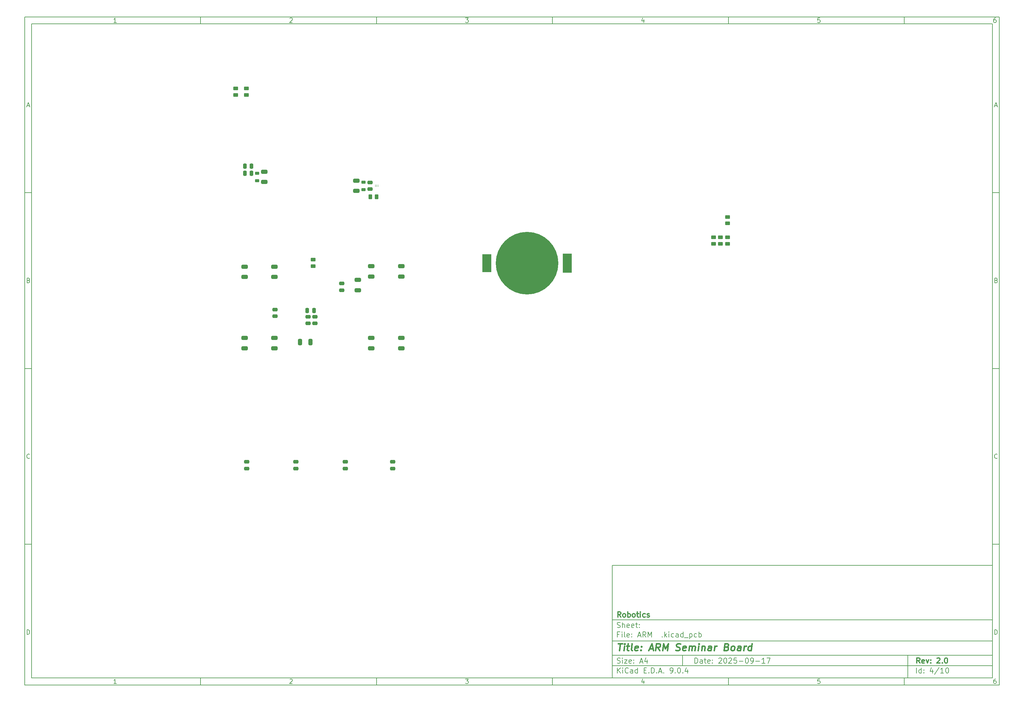
<source format=gbp>
G04 #@! TF.GenerationSoftware,KiCad,Pcbnew,9.0.4*
G04 #@! TF.CreationDate,2025-09-17T17:29:24+09:00*
G04 #@! TF.ProjectId,ARM ___ __,41524d20-38f8-4982-90f4-dc2e6b696361,2.0*
G04 #@! TF.SameCoordinates,Original*
G04 #@! TF.FileFunction,Paste,Bot*
G04 #@! TF.FilePolarity,Positive*
%FSLAX46Y46*%
G04 Gerber Fmt 4.6, Leading zero omitted, Abs format (unit mm)*
G04 Created by KiCad (PCBNEW 9.0.4) date 2025-09-17 17:29:24*
%MOMM*%
%LPD*%
G01*
G04 APERTURE LIST*
G04 Aperture macros list*
%AMRoundRect*
0 Rectangle with rounded corners*
0 $1 Rounding radius*
0 $2 $3 $4 $5 $6 $7 $8 $9 X,Y pos of 4 corners*
0 Add a 4 corners polygon primitive as box body*
4,1,4,$2,$3,$4,$5,$6,$7,$8,$9,$2,$3,0*
0 Add four circle primitives for the rounded corners*
1,1,$1+$1,$2,$3*
1,1,$1+$1,$4,$5*
1,1,$1+$1,$6,$7*
1,1,$1+$1,$8,$9*
0 Add four rect primitives between the rounded corners*
20,1,$1+$1,$2,$3,$4,$5,0*
20,1,$1+$1,$4,$5,$6,$7,0*
20,1,$1+$1,$6,$7,$8,$9,0*
20,1,$1+$1,$8,$9,$2,$3,0*%
G04 Aperture macros list end*
%ADD10C,0.100000*%
%ADD11C,0.150000*%
%ADD12C,0.300000*%
%ADD13C,0.400000*%
%ADD14RoundRect,0.250000X0.475000X-0.250000X0.475000X0.250000X-0.475000X0.250000X-0.475000X-0.250000X0*%
%ADD15RoundRect,0.250000X0.650000X-0.325000X0.650000X0.325000X-0.650000X0.325000X-0.650000X-0.325000X0*%
%ADD16RoundRect,0.250000X-0.450000X0.262500X-0.450000X-0.262500X0.450000X-0.262500X0.450000X0.262500X0*%
%ADD17RoundRect,0.250000X0.450000X-0.262500X0.450000X0.262500X-0.450000X0.262500X-0.450000X-0.262500X0*%
%ADD18RoundRect,0.218750X-0.381250X0.218750X-0.381250X-0.218750X0.381250X-0.218750X0.381250X0.218750X0*%
%ADD19RoundRect,0.250000X-0.475000X0.250000X-0.475000X-0.250000X0.475000X-0.250000X0.475000X0.250000X0*%
%ADD20C,0.250000*%
%ADD21RoundRect,0.250000X0.250000X0.475000X-0.250000X0.475000X-0.250000X-0.475000X0.250000X-0.475000X0*%
%ADD22RoundRect,0.250000X-0.325000X-0.650000X0.325000X-0.650000X0.325000X0.650000X-0.325000X0.650000X0*%
%ADD23R,2.500000X5.400000*%
%ADD24R,2.500000X5.100000*%
%ADD25C,17.800000*%
%ADD26RoundRect,0.250000X-0.650000X0.325000X-0.650000X-0.325000X0.650000X-0.325000X0.650000X0.325000X0*%
%ADD27RoundRect,0.218750X0.381250X-0.218750X0.381250X0.218750X-0.381250X0.218750X-0.381250X-0.218750X0*%
%ADD28RoundRect,0.250000X-0.262500X-0.450000X0.262500X-0.450000X0.262500X0.450000X-0.262500X0.450000X0*%
G04 APERTURE END LIST*
D10*
D11*
X177002200Y-166007200D02*
X285002200Y-166007200D01*
X285002200Y-198007200D01*
X177002200Y-198007200D01*
X177002200Y-166007200D01*
D10*
D11*
X10000000Y-10000000D02*
X287002200Y-10000000D01*
X287002200Y-200007200D01*
X10000000Y-200007200D01*
X10000000Y-10000000D01*
D10*
D11*
X12000000Y-12000000D02*
X285002200Y-12000000D01*
X285002200Y-198007200D01*
X12000000Y-198007200D01*
X12000000Y-12000000D01*
D10*
D11*
X60000000Y-12000000D02*
X60000000Y-10000000D01*
D10*
D11*
X110000000Y-12000000D02*
X110000000Y-10000000D01*
D10*
D11*
X160000000Y-12000000D02*
X160000000Y-10000000D01*
D10*
D11*
X210000000Y-12000000D02*
X210000000Y-10000000D01*
D10*
D11*
X260000000Y-12000000D02*
X260000000Y-10000000D01*
D10*
D11*
X36089160Y-11593604D02*
X35346303Y-11593604D01*
X35717731Y-11593604D02*
X35717731Y-10293604D01*
X35717731Y-10293604D02*
X35593922Y-10479319D01*
X35593922Y-10479319D02*
X35470112Y-10603128D01*
X35470112Y-10603128D02*
X35346303Y-10665033D01*
D10*
D11*
X85346303Y-10417414D02*
X85408207Y-10355509D01*
X85408207Y-10355509D02*
X85532017Y-10293604D01*
X85532017Y-10293604D02*
X85841541Y-10293604D01*
X85841541Y-10293604D02*
X85965350Y-10355509D01*
X85965350Y-10355509D02*
X86027255Y-10417414D01*
X86027255Y-10417414D02*
X86089160Y-10541223D01*
X86089160Y-10541223D02*
X86089160Y-10665033D01*
X86089160Y-10665033D02*
X86027255Y-10850747D01*
X86027255Y-10850747D02*
X85284398Y-11593604D01*
X85284398Y-11593604D02*
X86089160Y-11593604D01*
D10*
D11*
X135284398Y-10293604D02*
X136089160Y-10293604D01*
X136089160Y-10293604D02*
X135655826Y-10788842D01*
X135655826Y-10788842D02*
X135841541Y-10788842D01*
X135841541Y-10788842D02*
X135965350Y-10850747D01*
X135965350Y-10850747D02*
X136027255Y-10912652D01*
X136027255Y-10912652D02*
X136089160Y-11036461D01*
X136089160Y-11036461D02*
X136089160Y-11345985D01*
X136089160Y-11345985D02*
X136027255Y-11469795D01*
X136027255Y-11469795D02*
X135965350Y-11531700D01*
X135965350Y-11531700D02*
X135841541Y-11593604D01*
X135841541Y-11593604D02*
X135470112Y-11593604D01*
X135470112Y-11593604D02*
X135346303Y-11531700D01*
X135346303Y-11531700D02*
X135284398Y-11469795D01*
D10*
D11*
X185965350Y-10726938D02*
X185965350Y-11593604D01*
X185655826Y-10231700D02*
X185346303Y-11160271D01*
X185346303Y-11160271D02*
X186151064Y-11160271D01*
D10*
D11*
X236027255Y-10293604D02*
X235408207Y-10293604D01*
X235408207Y-10293604D02*
X235346303Y-10912652D01*
X235346303Y-10912652D02*
X235408207Y-10850747D01*
X235408207Y-10850747D02*
X235532017Y-10788842D01*
X235532017Y-10788842D02*
X235841541Y-10788842D01*
X235841541Y-10788842D02*
X235965350Y-10850747D01*
X235965350Y-10850747D02*
X236027255Y-10912652D01*
X236027255Y-10912652D02*
X236089160Y-11036461D01*
X236089160Y-11036461D02*
X236089160Y-11345985D01*
X236089160Y-11345985D02*
X236027255Y-11469795D01*
X236027255Y-11469795D02*
X235965350Y-11531700D01*
X235965350Y-11531700D02*
X235841541Y-11593604D01*
X235841541Y-11593604D02*
X235532017Y-11593604D01*
X235532017Y-11593604D02*
X235408207Y-11531700D01*
X235408207Y-11531700D02*
X235346303Y-11469795D01*
D10*
D11*
X285965350Y-10293604D02*
X285717731Y-10293604D01*
X285717731Y-10293604D02*
X285593922Y-10355509D01*
X285593922Y-10355509D02*
X285532017Y-10417414D01*
X285532017Y-10417414D02*
X285408207Y-10603128D01*
X285408207Y-10603128D02*
X285346303Y-10850747D01*
X285346303Y-10850747D02*
X285346303Y-11345985D01*
X285346303Y-11345985D02*
X285408207Y-11469795D01*
X285408207Y-11469795D02*
X285470112Y-11531700D01*
X285470112Y-11531700D02*
X285593922Y-11593604D01*
X285593922Y-11593604D02*
X285841541Y-11593604D01*
X285841541Y-11593604D02*
X285965350Y-11531700D01*
X285965350Y-11531700D02*
X286027255Y-11469795D01*
X286027255Y-11469795D02*
X286089160Y-11345985D01*
X286089160Y-11345985D02*
X286089160Y-11036461D01*
X286089160Y-11036461D02*
X286027255Y-10912652D01*
X286027255Y-10912652D02*
X285965350Y-10850747D01*
X285965350Y-10850747D02*
X285841541Y-10788842D01*
X285841541Y-10788842D02*
X285593922Y-10788842D01*
X285593922Y-10788842D02*
X285470112Y-10850747D01*
X285470112Y-10850747D02*
X285408207Y-10912652D01*
X285408207Y-10912652D02*
X285346303Y-11036461D01*
D10*
D11*
X60000000Y-198007200D02*
X60000000Y-200007200D01*
D10*
D11*
X110000000Y-198007200D02*
X110000000Y-200007200D01*
D10*
D11*
X160000000Y-198007200D02*
X160000000Y-200007200D01*
D10*
D11*
X210000000Y-198007200D02*
X210000000Y-200007200D01*
D10*
D11*
X260000000Y-198007200D02*
X260000000Y-200007200D01*
D10*
D11*
X36089160Y-199600804D02*
X35346303Y-199600804D01*
X35717731Y-199600804D02*
X35717731Y-198300804D01*
X35717731Y-198300804D02*
X35593922Y-198486519D01*
X35593922Y-198486519D02*
X35470112Y-198610328D01*
X35470112Y-198610328D02*
X35346303Y-198672233D01*
D10*
D11*
X85346303Y-198424614D02*
X85408207Y-198362709D01*
X85408207Y-198362709D02*
X85532017Y-198300804D01*
X85532017Y-198300804D02*
X85841541Y-198300804D01*
X85841541Y-198300804D02*
X85965350Y-198362709D01*
X85965350Y-198362709D02*
X86027255Y-198424614D01*
X86027255Y-198424614D02*
X86089160Y-198548423D01*
X86089160Y-198548423D02*
X86089160Y-198672233D01*
X86089160Y-198672233D02*
X86027255Y-198857947D01*
X86027255Y-198857947D02*
X85284398Y-199600804D01*
X85284398Y-199600804D02*
X86089160Y-199600804D01*
D10*
D11*
X135284398Y-198300804D02*
X136089160Y-198300804D01*
X136089160Y-198300804D02*
X135655826Y-198796042D01*
X135655826Y-198796042D02*
X135841541Y-198796042D01*
X135841541Y-198796042D02*
X135965350Y-198857947D01*
X135965350Y-198857947D02*
X136027255Y-198919852D01*
X136027255Y-198919852D02*
X136089160Y-199043661D01*
X136089160Y-199043661D02*
X136089160Y-199353185D01*
X136089160Y-199353185D02*
X136027255Y-199476995D01*
X136027255Y-199476995D02*
X135965350Y-199538900D01*
X135965350Y-199538900D02*
X135841541Y-199600804D01*
X135841541Y-199600804D02*
X135470112Y-199600804D01*
X135470112Y-199600804D02*
X135346303Y-199538900D01*
X135346303Y-199538900D02*
X135284398Y-199476995D01*
D10*
D11*
X185965350Y-198734138D02*
X185965350Y-199600804D01*
X185655826Y-198238900D02*
X185346303Y-199167471D01*
X185346303Y-199167471D02*
X186151064Y-199167471D01*
D10*
D11*
X236027255Y-198300804D02*
X235408207Y-198300804D01*
X235408207Y-198300804D02*
X235346303Y-198919852D01*
X235346303Y-198919852D02*
X235408207Y-198857947D01*
X235408207Y-198857947D02*
X235532017Y-198796042D01*
X235532017Y-198796042D02*
X235841541Y-198796042D01*
X235841541Y-198796042D02*
X235965350Y-198857947D01*
X235965350Y-198857947D02*
X236027255Y-198919852D01*
X236027255Y-198919852D02*
X236089160Y-199043661D01*
X236089160Y-199043661D02*
X236089160Y-199353185D01*
X236089160Y-199353185D02*
X236027255Y-199476995D01*
X236027255Y-199476995D02*
X235965350Y-199538900D01*
X235965350Y-199538900D02*
X235841541Y-199600804D01*
X235841541Y-199600804D02*
X235532017Y-199600804D01*
X235532017Y-199600804D02*
X235408207Y-199538900D01*
X235408207Y-199538900D02*
X235346303Y-199476995D01*
D10*
D11*
X285965350Y-198300804D02*
X285717731Y-198300804D01*
X285717731Y-198300804D02*
X285593922Y-198362709D01*
X285593922Y-198362709D02*
X285532017Y-198424614D01*
X285532017Y-198424614D02*
X285408207Y-198610328D01*
X285408207Y-198610328D02*
X285346303Y-198857947D01*
X285346303Y-198857947D02*
X285346303Y-199353185D01*
X285346303Y-199353185D02*
X285408207Y-199476995D01*
X285408207Y-199476995D02*
X285470112Y-199538900D01*
X285470112Y-199538900D02*
X285593922Y-199600804D01*
X285593922Y-199600804D02*
X285841541Y-199600804D01*
X285841541Y-199600804D02*
X285965350Y-199538900D01*
X285965350Y-199538900D02*
X286027255Y-199476995D01*
X286027255Y-199476995D02*
X286089160Y-199353185D01*
X286089160Y-199353185D02*
X286089160Y-199043661D01*
X286089160Y-199043661D02*
X286027255Y-198919852D01*
X286027255Y-198919852D02*
X285965350Y-198857947D01*
X285965350Y-198857947D02*
X285841541Y-198796042D01*
X285841541Y-198796042D02*
X285593922Y-198796042D01*
X285593922Y-198796042D02*
X285470112Y-198857947D01*
X285470112Y-198857947D02*
X285408207Y-198919852D01*
X285408207Y-198919852D02*
X285346303Y-199043661D01*
D10*
D11*
X10000000Y-60000000D02*
X12000000Y-60000000D01*
D10*
D11*
X10000000Y-110000000D02*
X12000000Y-110000000D01*
D10*
D11*
X10000000Y-160000000D02*
X12000000Y-160000000D01*
D10*
D11*
X10690476Y-35222176D02*
X11309523Y-35222176D01*
X10566666Y-35593604D02*
X10999999Y-34293604D01*
X10999999Y-34293604D02*
X11433333Y-35593604D01*
D10*
D11*
X11092857Y-84912652D02*
X11278571Y-84974557D01*
X11278571Y-84974557D02*
X11340476Y-85036461D01*
X11340476Y-85036461D02*
X11402380Y-85160271D01*
X11402380Y-85160271D02*
X11402380Y-85345985D01*
X11402380Y-85345985D02*
X11340476Y-85469795D01*
X11340476Y-85469795D02*
X11278571Y-85531700D01*
X11278571Y-85531700D02*
X11154761Y-85593604D01*
X11154761Y-85593604D02*
X10659523Y-85593604D01*
X10659523Y-85593604D02*
X10659523Y-84293604D01*
X10659523Y-84293604D02*
X11092857Y-84293604D01*
X11092857Y-84293604D02*
X11216666Y-84355509D01*
X11216666Y-84355509D02*
X11278571Y-84417414D01*
X11278571Y-84417414D02*
X11340476Y-84541223D01*
X11340476Y-84541223D02*
X11340476Y-84665033D01*
X11340476Y-84665033D02*
X11278571Y-84788842D01*
X11278571Y-84788842D02*
X11216666Y-84850747D01*
X11216666Y-84850747D02*
X11092857Y-84912652D01*
X11092857Y-84912652D02*
X10659523Y-84912652D01*
D10*
D11*
X11402380Y-135469795D02*
X11340476Y-135531700D01*
X11340476Y-135531700D02*
X11154761Y-135593604D01*
X11154761Y-135593604D02*
X11030952Y-135593604D01*
X11030952Y-135593604D02*
X10845238Y-135531700D01*
X10845238Y-135531700D02*
X10721428Y-135407890D01*
X10721428Y-135407890D02*
X10659523Y-135284080D01*
X10659523Y-135284080D02*
X10597619Y-135036461D01*
X10597619Y-135036461D02*
X10597619Y-134850747D01*
X10597619Y-134850747D02*
X10659523Y-134603128D01*
X10659523Y-134603128D02*
X10721428Y-134479319D01*
X10721428Y-134479319D02*
X10845238Y-134355509D01*
X10845238Y-134355509D02*
X11030952Y-134293604D01*
X11030952Y-134293604D02*
X11154761Y-134293604D01*
X11154761Y-134293604D02*
X11340476Y-134355509D01*
X11340476Y-134355509D02*
X11402380Y-134417414D01*
D10*
D11*
X10659523Y-185593604D02*
X10659523Y-184293604D01*
X10659523Y-184293604D02*
X10969047Y-184293604D01*
X10969047Y-184293604D02*
X11154761Y-184355509D01*
X11154761Y-184355509D02*
X11278571Y-184479319D01*
X11278571Y-184479319D02*
X11340476Y-184603128D01*
X11340476Y-184603128D02*
X11402380Y-184850747D01*
X11402380Y-184850747D02*
X11402380Y-185036461D01*
X11402380Y-185036461D02*
X11340476Y-185284080D01*
X11340476Y-185284080D02*
X11278571Y-185407890D01*
X11278571Y-185407890D02*
X11154761Y-185531700D01*
X11154761Y-185531700D02*
X10969047Y-185593604D01*
X10969047Y-185593604D02*
X10659523Y-185593604D01*
D10*
D11*
X287002200Y-60000000D02*
X285002200Y-60000000D01*
D10*
D11*
X287002200Y-110000000D02*
X285002200Y-110000000D01*
D10*
D11*
X287002200Y-160000000D02*
X285002200Y-160000000D01*
D10*
D11*
X285692676Y-35222176D02*
X286311723Y-35222176D01*
X285568866Y-35593604D02*
X286002199Y-34293604D01*
X286002199Y-34293604D02*
X286435533Y-35593604D01*
D10*
D11*
X286095057Y-84912652D02*
X286280771Y-84974557D01*
X286280771Y-84974557D02*
X286342676Y-85036461D01*
X286342676Y-85036461D02*
X286404580Y-85160271D01*
X286404580Y-85160271D02*
X286404580Y-85345985D01*
X286404580Y-85345985D02*
X286342676Y-85469795D01*
X286342676Y-85469795D02*
X286280771Y-85531700D01*
X286280771Y-85531700D02*
X286156961Y-85593604D01*
X286156961Y-85593604D02*
X285661723Y-85593604D01*
X285661723Y-85593604D02*
X285661723Y-84293604D01*
X285661723Y-84293604D02*
X286095057Y-84293604D01*
X286095057Y-84293604D02*
X286218866Y-84355509D01*
X286218866Y-84355509D02*
X286280771Y-84417414D01*
X286280771Y-84417414D02*
X286342676Y-84541223D01*
X286342676Y-84541223D02*
X286342676Y-84665033D01*
X286342676Y-84665033D02*
X286280771Y-84788842D01*
X286280771Y-84788842D02*
X286218866Y-84850747D01*
X286218866Y-84850747D02*
X286095057Y-84912652D01*
X286095057Y-84912652D02*
X285661723Y-84912652D01*
D10*
D11*
X286404580Y-135469795D02*
X286342676Y-135531700D01*
X286342676Y-135531700D02*
X286156961Y-135593604D01*
X286156961Y-135593604D02*
X286033152Y-135593604D01*
X286033152Y-135593604D02*
X285847438Y-135531700D01*
X285847438Y-135531700D02*
X285723628Y-135407890D01*
X285723628Y-135407890D02*
X285661723Y-135284080D01*
X285661723Y-135284080D02*
X285599819Y-135036461D01*
X285599819Y-135036461D02*
X285599819Y-134850747D01*
X285599819Y-134850747D02*
X285661723Y-134603128D01*
X285661723Y-134603128D02*
X285723628Y-134479319D01*
X285723628Y-134479319D02*
X285847438Y-134355509D01*
X285847438Y-134355509D02*
X286033152Y-134293604D01*
X286033152Y-134293604D02*
X286156961Y-134293604D01*
X286156961Y-134293604D02*
X286342676Y-134355509D01*
X286342676Y-134355509D02*
X286404580Y-134417414D01*
D10*
D11*
X285661723Y-185593604D02*
X285661723Y-184293604D01*
X285661723Y-184293604D02*
X285971247Y-184293604D01*
X285971247Y-184293604D02*
X286156961Y-184355509D01*
X286156961Y-184355509D02*
X286280771Y-184479319D01*
X286280771Y-184479319D02*
X286342676Y-184603128D01*
X286342676Y-184603128D02*
X286404580Y-184850747D01*
X286404580Y-184850747D02*
X286404580Y-185036461D01*
X286404580Y-185036461D02*
X286342676Y-185284080D01*
X286342676Y-185284080D02*
X286280771Y-185407890D01*
X286280771Y-185407890D02*
X286156961Y-185531700D01*
X286156961Y-185531700D02*
X285971247Y-185593604D01*
X285971247Y-185593604D02*
X285661723Y-185593604D01*
D10*
D11*
X200458026Y-193793328D02*
X200458026Y-192293328D01*
X200458026Y-192293328D02*
X200815169Y-192293328D01*
X200815169Y-192293328D02*
X201029455Y-192364757D01*
X201029455Y-192364757D02*
X201172312Y-192507614D01*
X201172312Y-192507614D02*
X201243741Y-192650471D01*
X201243741Y-192650471D02*
X201315169Y-192936185D01*
X201315169Y-192936185D02*
X201315169Y-193150471D01*
X201315169Y-193150471D02*
X201243741Y-193436185D01*
X201243741Y-193436185D02*
X201172312Y-193579042D01*
X201172312Y-193579042D02*
X201029455Y-193721900D01*
X201029455Y-193721900D02*
X200815169Y-193793328D01*
X200815169Y-193793328D02*
X200458026Y-193793328D01*
X202600884Y-193793328D02*
X202600884Y-193007614D01*
X202600884Y-193007614D02*
X202529455Y-192864757D01*
X202529455Y-192864757D02*
X202386598Y-192793328D01*
X202386598Y-192793328D02*
X202100884Y-192793328D01*
X202100884Y-192793328D02*
X201958026Y-192864757D01*
X202600884Y-193721900D02*
X202458026Y-193793328D01*
X202458026Y-193793328D02*
X202100884Y-193793328D01*
X202100884Y-193793328D02*
X201958026Y-193721900D01*
X201958026Y-193721900D02*
X201886598Y-193579042D01*
X201886598Y-193579042D02*
X201886598Y-193436185D01*
X201886598Y-193436185D02*
X201958026Y-193293328D01*
X201958026Y-193293328D02*
X202100884Y-193221900D01*
X202100884Y-193221900D02*
X202458026Y-193221900D01*
X202458026Y-193221900D02*
X202600884Y-193150471D01*
X203100884Y-192793328D02*
X203672312Y-192793328D01*
X203315169Y-192293328D02*
X203315169Y-193579042D01*
X203315169Y-193579042D02*
X203386598Y-193721900D01*
X203386598Y-193721900D02*
X203529455Y-193793328D01*
X203529455Y-193793328D02*
X203672312Y-193793328D01*
X204743741Y-193721900D02*
X204600884Y-193793328D01*
X204600884Y-193793328D02*
X204315170Y-193793328D01*
X204315170Y-193793328D02*
X204172312Y-193721900D01*
X204172312Y-193721900D02*
X204100884Y-193579042D01*
X204100884Y-193579042D02*
X204100884Y-193007614D01*
X204100884Y-193007614D02*
X204172312Y-192864757D01*
X204172312Y-192864757D02*
X204315170Y-192793328D01*
X204315170Y-192793328D02*
X204600884Y-192793328D01*
X204600884Y-192793328D02*
X204743741Y-192864757D01*
X204743741Y-192864757D02*
X204815170Y-193007614D01*
X204815170Y-193007614D02*
X204815170Y-193150471D01*
X204815170Y-193150471D02*
X204100884Y-193293328D01*
X205458026Y-193650471D02*
X205529455Y-193721900D01*
X205529455Y-193721900D02*
X205458026Y-193793328D01*
X205458026Y-193793328D02*
X205386598Y-193721900D01*
X205386598Y-193721900D02*
X205458026Y-193650471D01*
X205458026Y-193650471D02*
X205458026Y-193793328D01*
X205458026Y-192864757D02*
X205529455Y-192936185D01*
X205529455Y-192936185D02*
X205458026Y-193007614D01*
X205458026Y-193007614D02*
X205386598Y-192936185D01*
X205386598Y-192936185D02*
X205458026Y-192864757D01*
X205458026Y-192864757D02*
X205458026Y-193007614D01*
X207243741Y-192436185D02*
X207315169Y-192364757D01*
X207315169Y-192364757D02*
X207458027Y-192293328D01*
X207458027Y-192293328D02*
X207815169Y-192293328D01*
X207815169Y-192293328D02*
X207958027Y-192364757D01*
X207958027Y-192364757D02*
X208029455Y-192436185D01*
X208029455Y-192436185D02*
X208100884Y-192579042D01*
X208100884Y-192579042D02*
X208100884Y-192721900D01*
X208100884Y-192721900D02*
X208029455Y-192936185D01*
X208029455Y-192936185D02*
X207172312Y-193793328D01*
X207172312Y-193793328D02*
X208100884Y-193793328D01*
X209029455Y-192293328D02*
X209172312Y-192293328D01*
X209172312Y-192293328D02*
X209315169Y-192364757D01*
X209315169Y-192364757D02*
X209386598Y-192436185D01*
X209386598Y-192436185D02*
X209458026Y-192579042D01*
X209458026Y-192579042D02*
X209529455Y-192864757D01*
X209529455Y-192864757D02*
X209529455Y-193221900D01*
X209529455Y-193221900D02*
X209458026Y-193507614D01*
X209458026Y-193507614D02*
X209386598Y-193650471D01*
X209386598Y-193650471D02*
X209315169Y-193721900D01*
X209315169Y-193721900D02*
X209172312Y-193793328D01*
X209172312Y-193793328D02*
X209029455Y-193793328D01*
X209029455Y-193793328D02*
X208886598Y-193721900D01*
X208886598Y-193721900D02*
X208815169Y-193650471D01*
X208815169Y-193650471D02*
X208743740Y-193507614D01*
X208743740Y-193507614D02*
X208672312Y-193221900D01*
X208672312Y-193221900D02*
X208672312Y-192864757D01*
X208672312Y-192864757D02*
X208743740Y-192579042D01*
X208743740Y-192579042D02*
X208815169Y-192436185D01*
X208815169Y-192436185D02*
X208886598Y-192364757D01*
X208886598Y-192364757D02*
X209029455Y-192293328D01*
X210100883Y-192436185D02*
X210172311Y-192364757D01*
X210172311Y-192364757D02*
X210315169Y-192293328D01*
X210315169Y-192293328D02*
X210672311Y-192293328D01*
X210672311Y-192293328D02*
X210815169Y-192364757D01*
X210815169Y-192364757D02*
X210886597Y-192436185D01*
X210886597Y-192436185D02*
X210958026Y-192579042D01*
X210958026Y-192579042D02*
X210958026Y-192721900D01*
X210958026Y-192721900D02*
X210886597Y-192936185D01*
X210886597Y-192936185D02*
X210029454Y-193793328D01*
X210029454Y-193793328D02*
X210958026Y-193793328D01*
X212315168Y-192293328D02*
X211600882Y-192293328D01*
X211600882Y-192293328D02*
X211529454Y-193007614D01*
X211529454Y-193007614D02*
X211600882Y-192936185D01*
X211600882Y-192936185D02*
X211743740Y-192864757D01*
X211743740Y-192864757D02*
X212100882Y-192864757D01*
X212100882Y-192864757D02*
X212243740Y-192936185D01*
X212243740Y-192936185D02*
X212315168Y-193007614D01*
X212315168Y-193007614D02*
X212386597Y-193150471D01*
X212386597Y-193150471D02*
X212386597Y-193507614D01*
X212386597Y-193507614D02*
X212315168Y-193650471D01*
X212315168Y-193650471D02*
X212243740Y-193721900D01*
X212243740Y-193721900D02*
X212100882Y-193793328D01*
X212100882Y-193793328D02*
X211743740Y-193793328D01*
X211743740Y-193793328D02*
X211600882Y-193721900D01*
X211600882Y-193721900D02*
X211529454Y-193650471D01*
X213029453Y-193221900D02*
X214172311Y-193221900D01*
X215172311Y-192293328D02*
X215315168Y-192293328D01*
X215315168Y-192293328D02*
X215458025Y-192364757D01*
X215458025Y-192364757D02*
X215529454Y-192436185D01*
X215529454Y-192436185D02*
X215600882Y-192579042D01*
X215600882Y-192579042D02*
X215672311Y-192864757D01*
X215672311Y-192864757D02*
X215672311Y-193221900D01*
X215672311Y-193221900D02*
X215600882Y-193507614D01*
X215600882Y-193507614D02*
X215529454Y-193650471D01*
X215529454Y-193650471D02*
X215458025Y-193721900D01*
X215458025Y-193721900D02*
X215315168Y-193793328D01*
X215315168Y-193793328D02*
X215172311Y-193793328D01*
X215172311Y-193793328D02*
X215029454Y-193721900D01*
X215029454Y-193721900D02*
X214958025Y-193650471D01*
X214958025Y-193650471D02*
X214886596Y-193507614D01*
X214886596Y-193507614D02*
X214815168Y-193221900D01*
X214815168Y-193221900D02*
X214815168Y-192864757D01*
X214815168Y-192864757D02*
X214886596Y-192579042D01*
X214886596Y-192579042D02*
X214958025Y-192436185D01*
X214958025Y-192436185D02*
X215029454Y-192364757D01*
X215029454Y-192364757D02*
X215172311Y-192293328D01*
X216386596Y-193793328D02*
X216672310Y-193793328D01*
X216672310Y-193793328D02*
X216815167Y-193721900D01*
X216815167Y-193721900D02*
X216886596Y-193650471D01*
X216886596Y-193650471D02*
X217029453Y-193436185D01*
X217029453Y-193436185D02*
X217100882Y-193150471D01*
X217100882Y-193150471D02*
X217100882Y-192579042D01*
X217100882Y-192579042D02*
X217029453Y-192436185D01*
X217029453Y-192436185D02*
X216958025Y-192364757D01*
X216958025Y-192364757D02*
X216815167Y-192293328D01*
X216815167Y-192293328D02*
X216529453Y-192293328D01*
X216529453Y-192293328D02*
X216386596Y-192364757D01*
X216386596Y-192364757D02*
X216315167Y-192436185D01*
X216315167Y-192436185D02*
X216243739Y-192579042D01*
X216243739Y-192579042D02*
X216243739Y-192936185D01*
X216243739Y-192936185D02*
X216315167Y-193079042D01*
X216315167Y-193079042D02*
X216386596Y-193150471D01*
X216386596Y-193150471D02*
X216529453Y-193221900D01*
X216529453Y-193221900D02*
X216815167Y-193221900D01*
X216815167Y-193221900D02*
X216958025Y-193150471D01*
X216958025Y-193150471D02*
X217029453Y-193079042D01*
X217029453Y-193079042D02*
X217100882Y-192936185D01*
X217743738Y-193221900D02*
X218886596Y-193221900D01*
X220386596Y-193793328D02*
X219529453Y-193793328D01*
X219958024Y-193793328D02*
X219958024Y-192293328D01*
X219958024Y-192293328D02*
X219815167Y-192507614D01*
X219815167Y-192507614D02*
X219672310Y-192650471D01*
X219672310Y-192650471D02*
X219529453Y-192721900D01*
X220886595Y-192293328D02*
X221886595Y-192293328D01*
X221886595Y-192293328D02*
X221243738Y-193793328D01*
D10*
D11*
X177002200Y-194507200D02*
X285002200Y-194507200D01*
D10*
D11*
X178458026Y-196593328D02*
X178458026Y-195093328D01*
X179315169Y-196593328D02*
X178672312Y-195736185D01*
X179315169Y-195093328D02*
X178458026Y-195950471D01*
X179958026Y-196593328D02*
X179958026Y-195593328D01*
X179958026Y-195093328D02*
X179886598Y-195164757D01*
X179886598Y-195164757D02*
X179958026Y-195236185D01*
X179958026Y-195236185D02*
X180029455Y-195164757D01*
X180029455Y-195164757D02*
X179958026Y-195093328D01*
X179958026Y-195093328D02*
X179958026Y-195236185D01*
X181529455Y-196450471D02*
X181458027Y-196521900D01*
X181458027Y-196521900D02*
X181243741Y-196593328D01*
X181243741Y-196593328D02*
X181100884Y-196593328D01*
X181100884Y-196593328D02*
X180886598Y-196521900D01*
X180886598Y-196521900D02*
X180743741Y-196379042D01*
X180743741Y-196379042D02*
X180672312Y-196236185D01*
X180672312Y-196236185D02*
X180600884Y-195950471D01*
X180600884Y-195950471D02*
X180600884Y-195736185D01*
X180600884Y-195736185D02*
X180672312Y-195450471D01*
X180672312Y-195450471D02*
X180743741Y-195307614D01*
X180743741Y-195307614D02*
X180886598Y-195164757D01*
X180886598Y-195164757D02*
X181100884Y-195093328D01*
X181100884Y-195093328D02*
X181243741Y-195093328D01*
X181243741Y-195093328D02*
X181458027Y-195164757D01*
X181458027Y-195164757D02*
X181529455Y-195236185D01*
X182815170Y-196593328D02*
X182815170Y-195807614D01*
X182815170Y-195807614D02*
X182743741Y-195664757D01*
X182743741Y-195664757D02*
X182600884Y-195593328D01*
X182600884Y-195593328D02*
X182315170Y-195593328D01*
X182315170Y-195593328D02*
X182172312Y-195664757D01*
X182815170Y-196521900D02*
X182672312Y-196593328D01*
X182672312Y-196593328D02*
X182315170Y-196593328D01*
X182315170Y-196593328D02*
X182172312Y-196521900D01*
X182172312Y-196521900D02*
X182100884Y-196379042D01*
X182100884Y-196379042D02*
X182100884Y-196236185D01*
X182100884Y-196236185D02*
X182172312Y-196093328D01*
X182172312Y-196093328D02*
X182315170Y-196021900D01*
X182315170Y-196021900D02*
X182672312Y-196021900D01*
X182672312Y-196021900D02*
X182815170Y-195950471D01*
X184172313Y-196593328D02*
X184172313Y-195093328D01*
X184172313Y-196521900D02*
X184029455Y-196593328D01*
X184029455Y-196593328D02*
X183743741Y-196593328D01*
X183743741Y-196593328D02*
X183600884Y-196521900D01*
X183600884Y-196521900D02*
X183529455Y-196450471D01*
X183529455Y-196450471D02*
X183458027Y-196307614D01*
X183458027Y-196307614D02*
X183458027Y-195879042D01*
X183458027Y-195879042D02*
X183529455Y-195736185D01*
X183529455Y-195736185D02*
X183600884Y-195664757D01*
X183600884Y-195664757D02*
X183743741Y-195593328D01*
X183743741Y-195593328D02*
X184029455Y-195593328D01*
X184029455Y-195593328D02*
X184172313Y-195664757D01*
X186029455Y-195807614D02*
X186529455Y-195807614D01*
X186743741Y-196593328D02*
X186029455Y-196593328D01*
X186029455Y-196593328D02*
X186029455Y-195093328D01*
X186029455Y-195093328D02*
X186743741Y-195093328D01*
X187386598Y-196450471D02*
X187458027Y-196521900D01*
X187458027Y-196521900D02*
X187386598Y-196593328D01*
X187386598Y-196593328D02*
X187315170Y-196521900D01*
X187315170Y-196521900D02*
X187386598Y-196450471D01*
X187386598Y-196450471D02*
X187386598Y-196593328D01*
X188100884Y-196593328D02*
X188100884Y-195093328D01*
X188100884Y-195093328D02*
X188458027Y-195093328D01*
X188458027Y-195093328D02*
X188672313Y-195164757D01*
X188672313Y-195164757D02*
X188815170Y-195307614D01*
X188815170Y-195307614D02*
X188886599Y-195450471D01*
X188886599Y-195450471D02*
X188958027Y-195736185D01*
X188958027Y-195736185D02*
X188958027Y-195950471D01*
X188958027Y-195950471D02*
X188886599Y-196236185D01*
X188886599Y-196236185D02*
X188815170Y-196379042D01*
X188815170Y-196379042D02*
X188672313Y-196521900D01*
X188672313Y-196521900D02*
X188458027Y-196593328D01*
X188458027Y-196593328D02*
X188100884Y-196593328D01*
X189600884Y-196450471D02*
X189672313Y-196521900D01*
X189672313Y-196521900D02*
X189600884Y-196593328D01*
X189600884Y-196593328D02*
X189529456Y-196521900D01*
X189529456Y-196521900D02*
X189600884Y-196450471D01*
X189600884Y-196450471D02*
X189600884Y-196593328D01*
X190243742Y-196164757D02*
X190958028Y-196164757D01*
X190100885Y-196593328D02*
X190600885Y-195093328D01*
X190600885Y-195093328D02*
X191100885Y-196593328D01*
X191600884Y-196450471D02*
X191672313Y-196521900D01*
X191672313Y-196521900D02*
X191600884Y-196593328D01*
X191600884Y-196593328D02*
X191529456Y-196521900D01*
X191529456Y-196521900D02*
X191600884Y-196450471D01*
X191600884Y-196450471D02*
X191600884Y-196593328D01*
X193529456Y-196593328D02*
X193815170Y-196593328D01*
X193815170Y-196593328D02*
X193958027Y-196521900D01*
X193958027Y-196521900D02*
X194029456Y-196450471D01*
X194029456Y-196450471D02*
X194172313Y-196236185D01*
X194172313Y-196236185D02*
X194243742Y-195950471D01*
X194243742Y-195950471D02*
X194243742Y-195379042D01*
X194243742Y-195379042D02*
X194172313Y-195236185D01*
X194172313Y-195236185D02*
X194100885Y-195164757D01*
X194100885Y-195164757D02*
X193958027Y-195093328D01*
X193958027Y-195093328D02*
X193672313Y-195093328D01*
X193672313Y-195093328D02*
X193529456Y-195164757D01*
X193529456Y-195164757D02*
X193458027Y-195236185D01*
X193458027Y-195236185D02*
X193386599Y-195379042D01*
X193386599Y-195379042D02*
X193386599Y-195736185D01*
X193386599Y-195736185D02*
X193458027Y-195879042D01*
X193458027Y-195879042D02*
X193529456Y-195950471D01*
X193529456Y-195950471D02*
X193672313Y-196021900D01*
X193672313Y-196021900D02*
X193958027Y-196021900D01*
X193958027Y-196021900D02*
X194100885Y-195950471D01*
X194100885Y-195950471D02*
X194172313Y-195879042D01*
X194172313Y-195879042D02*
X194243742Y-195736185D01*
X194886598Y-196450471D02*
X194958027Y-196521900D01*
X194958027Y-196521900D02*
X194886598Y-196593328D01*
X194886598Y-196593328D02*
X194815170Y-196521900D01*
X194815170Y-196521900D02*
X194886598Y-196450471D01*
X194886598Y-196450471D02*
X194886598Y-196593328D01*
X195886599Y-195093328D02*
X196029456Y-195093328D01*
X196029456Y-195093328D02*
X196172313Y-195164757D01*
X196172313Y-195164757D02*
X196243742Y-195236185D01*
X196243742Y-195236185D02*
X196315170Y-195379042D01*
X196315170Y-195379042D02*
X196386599Y-195664757D01*
X196386599Y-195664757D02*
X196386599Y-196021900D01*
X196386599Y-196021900D02*
X196315170Y-196307614D01*
X196315170Y-196307614D02*
X196243742Y-196450471D01*
X196243742Y-196450471D02*
X196172313Y-196521900D01*
X196172313Y-196521900D02*
X196029456Y-196593328D01*
X196029456Y-196593328D02*
X195886599Y-196593328D01*
X195886599Y-196593328D02*
X195743742Y-196521900D01*
X195743742Y-196521900D02*
X195672313Y-196450471D01*
X195672313Y-196450471D02*
X195600884Y-196307614D01*
X195600884Y-196307614D02*
X195529456Y-196021900D01*
X195529456Y-196021900D02*
X195529456Y-195664757D01*
X195529456Y-195664757D02*
X195600884Y-195379042D01*
X195600884Y-195379042D02*
X195672313Y-195236185D01*
X195672313Y-195236185D02*
X195743742Y-195164757D01*
X195743742Y-195164757D02*
X195886599Y-195093328D01*
X197029455Y-196450471D02*
X197100884Y-196521900D01*
X197100884Y-196521900D02*
X197029455Y-196593328D01*
X197029455Y-196593328D02*
X196958027Y-196521900D01*
X196958027Y-196521900D02*
X197029455Y-196450471D01*
X197029455Y-196450471D02*
X197029455Y-196593328D01*
X198386599Y-195593328D02*
X198386599Y-196593328D01*
X198029456Y-195021900D02*
X197672313Y-196093328D01*
X197672313Y-196093328D02*
X198600884Y-196093328D01*
D10*
D11*
X177002200Y-191507200D02*
X285002200Y-191507200D01*
D10*
D12*
X264413853Y-193785528D02*
X263913853Y-193071242D01*
X263556710Y-193785528D02*
X263556710Y-192285528D01*
X263556710Y-192285528D02*
X264128139Y-192285528D01*
X264128139Y-192285528D02*
X264270996Y-192356957D01*
X264270996Y-192356957D02*
X264342425Y-192428385D01*
X264342425Y-192428385D02*
X264413853Y-192571242D01*
X264413853Y-192571242D02*
X264413853Y-192785528D01*
X264413853Y-192785528D02*
X264342425Y-192928385D01*
X264342425Y-192928385D02*
X264270996Y-192999814D01*
X264270996Y-192999814D02*
X264128139Y-193071242D01*
X264128139Y-193071242D02*
X263556710Y-193071242D01*
X265628139Y-193714100D02*
X265485282Y-193785528D01*
X265485282Y-193785528D02*
X265199568Y-193785528D01*
X265199568Y-193785528D02*
X265056710Y-193714100D01*
X265056710Y-193714100D02*
X264985282Y-193571242D01*
X264985282Y-193571242D02*
X264985282Y-192999814D01*
X264985282Y-192999814D02*
X265056710Y-192856957D01*
X265056710Y-192856957D02*
X265199568Y-192785528D01*
X265199568Y-192785528D02*
X265485282Y-192785528D01*
X265485282Y-192785528D02*
X265628139Y-192856957D01*
X265628139Y-192856957D02*
X265699568Y-192999814D01*
X265699568Y-192999814D02*
X265699568Y-193142671D01*
X265699568Y-193142671D02*
X264985282Y-193285528D01*
X266199567Y-192785528D02*
X266556710Y-193785528D01*
X266556710Y-193785528D02*
X266913853Y-192785528D01*
X267485281Y-193642671D02*
X267556710Y-193714100D01*
X267556710Y-193714100D02*
X267485281Y-193785528D01*
X267485281Y-193785528D02*
X267413853Y-193714100D01*
X267413853Y-193714100D02*
X267485281Y-193642671D01*
X267485281Y-193642671D02*
X267485281Y-193785528D01*
X267485281Y-192856957D02*
X267556710Y-192928385D01*
X267556710Y-192928385D02*
X267485281Y-192999814D01*
X267485281Y-192999814D02*
X267413853Y-192928385D01*
X267413853Y-192928385D02*
X267485281Y-192856957D01*
X267485281Y-192856957D02*
X267485281Y-192999814D01*
X269270996Y-192428385D02*
X269342424Y-192356957D01*
X269342424Y-192356957D02*
X269485282Y-192285528D01*
X269485282Y-192285528D02*
X269842424Y-192285528D01*
X269842424Y-192285528D02*
X269985282Y-192356957D01*
X269985282Y-192356957D02*
X270056710Y-192428385D01*
X270056710Y-192428385D02*
X270128139Y-192571242D01*
X270128139Y-192571242D02*
X270128139Y-192714100D01*
X270128139Y-192714100D02*
X270056710Y-192928385D01*
X270056710Y-192928385D02*
X269199567Y-193785528D01*
X269199567Y-193785528D02*
X270128139Y-193785528D01*
X270770995Y-193642671D02*
X270842424Y-193714100D01*
X270842424Y-193714100D02*
X270770995Y-193785528D01*
X270770995Y-193785528D02*
X270699567Y-193714100D01*
X270699567Y-193714100D02*
X270770995Y-193642671D01*
X270770995Y-193642671D02*
X270770995Y-193785528D01*
X271770996Y-192285528D02*
X271913853Y-192285528D01*
X271913853Y-192285528D02*
X272056710Y-192356957D01*
X272056710Y-192356957D02*
X272128139Y-192428385D01*
X272128139Y-192428385D02*
X272199567Y-192571242D01*
X272199567Y-192571242D02*
X272270996Y-192856957D01*
X272270996Y-192856957D02*
X272270996Y-193214100D01*
X272270996Y-193214100D02*
X272199567Y-193499814D01*
X272199567Y-193499814D02*
X272128139Y-193642671D01*
X272128139Y-193642671D02*
X272056710Y-193714100D01*
X272056710Y-193714100D02*
X271913853Y-193785528D01*
X271913853Y-193785528D02*
X271770996Y-193785528D01*
X271770996Y-193785528D02*
X271628139Y-193714100D01*
X271628139Y-193714100D02*
X271556710Y-193642671D01*
X271556710Y-193642671D02*
X271485281Y-193499814D01*
X271485281Y-193499814D02*
X271413853Y-193214100D01*
X271413853Y-193214100D02*
X271413853Y-192856957D01*
X271413853Y-192856957D02*
X271485281Y-192571242D01*
X271485281Y-192571242D02*
X271556710Y-192428385D01*
X271556710Y-192428385D02*
X271628139Y-192356957D01*
X271628139Y-192356957D02*
X271770996Y-192285528D01*
D10*
D11*
X178386598Y-193721900D02*
X178600884Y-193793328D01*
X178600884Y-193793328D02*
X178958026Y-193793328D01*
X178958026Y-193793328D02*
X179100884Y-193721900D01*
X179100884Y-193721900D02*
X179172312Y-193650471D01*
X179172312Y-193650471D02*
X179243741Y-193507614D01*
X179243741Y-193507614D02*
X179243741Y-193364757D01*
X179243741Y-193364757D02*
X179172312Y-193221900D01*
X179172312Y-193221900D02*
X179100884Y-193150471D01*
X179100884Y-193150471D02*
X178958026Y-193079042D01*
X178958026Y-193079042D02*
X178672312Y-193007614D01*
X178672312Y-193007614D02*
X178529455Y-192936185D01*
X178529455Y-192936185D02*
X178458026Y-192864757D01*
X178458026Y-192864757D02*
X178386598Y-192721900D01*
X178386598Y-192721900D02*
X178386598Y-192579042D01*
X178386598Y-192579042D02*
X178458026Y-192436185D01*
X178458026Y-192436185D02*
X178529455Y-192364757D01*
X178529455Y-192364757D02*
X178672312Y-192293328D01*
X178672312Y-192293328D02*
X179029455Y-192293328D01*
X179029455Y-192293328D02*
X179243741Y-192364757D01*
X179886597Y-193793328D02*
X179886597Y-192793328D01*
X179886597Y-192293328D02*
X179815169Y-192364757D01*
X179815169Y-192364757D02*
X179886597Y-192436185D01*
X179886597Y-192436185D02*
X179958026Y-192364757D01*
X179958026Y-192364757D02*
X179886597Y-192293328D01*
X179886597Y-192293328D02*
X179886597Y-192436185D01*
X180458026Y-192793328D02*
X181243741Y-192793328D01*
X181243741Y-192793328D02*
X180458026Y-193793328D01*
X180458026Y-193793328D02*
X181243741Y-193793328D01*
X182386598Y-193721900D02*
X182243741Y-193793328D01*
X182243741Y-193793328D02*
X181958027Y-193793328D01*
X181958027Y-193793328D02*
X181815169Y-193721900D01*
X181815169Y-193721900D02*
X181743741Y-193579042D01*
X181743741Y-193579042D02*
X181743741Y-193007614D01*
X181743741Y-193007614D02*
X181815169Y-192864757D01*
X181815169Y-192864757D02*
X181958027Y-192793328D01*
X181958027Y-192793328D02*
X182243741Y-192793328D01*
X182243741Y-192793328D02*
X182386598Y-192864757D01*
X182386598Y-192864757D02*
X182458027Y-193007614D01*
X182458027Y-193007614D02*
X182458027Y-193150471D01*
X182458027Y-193150471D02*
X181743741Y-193293328D01*
X183100883Y-193650471D02*
X183172312Y-193721900D01*
X183172312Y-193721900D02*
X183100883Y-193793328D01*
X183100883Y-193793328D02*
X183029455Y-193721900D01*
X183029455Y-193721900D02*
X183100883Y-193650471D01*
X183100883Y-193650471D02*
X183100883Y-193793328D01*
X183100883Y-192864757D02*
X183172312Y-192936185D01*
X183172312Y-192936185D02*
X183100883Y-193007614D01*
X183100883Y-193007614D02*
X183029455Y-192936185D01*
X183029455Y-192936185D02*
X183100883Y-192864757D01*
X183100883Y-192864757D02*
X183100883Y-193007614D01*
X184886598Y-193364757D02*
X185600884Y-193364757D01*
X184743741Y-193793328D02*
X185243741Y-192293328D01*
X185243741Y-192293328D02*
X185743741Y-193793328D01*
X186886598Y-192793328D02*
X186886598Y-193793328D01*
X186529455Y-192221900D02*
X186172312Y-193293328D01*
X186172312Y-193293328D02*
X187100883Y-193293328D01*
D10*
D11*
X263458026Y-196593328D02*
X263458026Y-195093328D01*
X264815170Y-196593328D02*
X264815170Y-195093328D01*
X264815170Y-196521900D02*
X264672312Y-196593328D01*
X264672312Y-196593328D02*
X264386598Y-196593328D01*
X264386598Y-196593328D02*
X264243741Y-196521900D01*
X264243741Y-196521900D02*
X264172312Y-196450471D01*
X264172312Y-196450471D02*
X264100884Y-196307614D01*
X264100884Y-196307614D02*
X264100884Y-195879042D01*
X264100884Y-195879042D02*
X264172312Y-195736185D01*
X264172312Y-195736185D02*
X264243741Y-195664757D01*
X264243741Y-195664757D02*
X264386598Y-195593328D01*
X264386598Y-195593328D02*
X264672312Y-195593328D01*
X264672312Y-195593328D02*
X264815170Y-195664757D01*
X265529455Y-196450471D02*
X265600884Y-196521900D01*
X265600884Y-196521900D02*
X265529455Y-196593328D01*
X265529455Y-196593328D02*
X265458027Y-196521900D01*
X265458027Y-196521900D02*
X265529455Y-196450471D01*
X265529455Y-196450471D02*
X265529455Y-196593328D01*
X265529455Y-195664757D02*
X265600884Y-195736185D01*
X265600884Y-195736185D02*
X265529455Y-195807614D01*
X265529455Y-195807614D02*
X265458027Y-195736185D01*
X265458027Y-195736185D02*
X265529455Y-195664757D01*
X265529455Y-195664757D02*
X265529455Y-195807614D01*
X268029456Y-195593328D02*
X268029456Y-196593328D01*
X267672313Y-195021900D02*
X267315170Y-196093328D01*
X267315170Y-196093328D02*
X268243741Y-196093328D01*
X269886598Y-195021900D02*
X268600884Y-196950471D01*
X271172313Y-196593328D02*
X270315170Y-196593328D01*
X270743741Y-196593328D02*
X270743741Y-195093328D01*
X270743741Y-195093328D02*
X270600884Y-195307614D01*
X270600884Y-195307614D02*
X270458027Y-195450471D01*
X270458027Y-195450471D02*
X270315170Y-195521900D01*
X272100884Y-195093328D02*
X272243741Y-195093328D01*
X272243741Y-195093328D02*
X272386598Y-195164757D01*
X272386598Y-195164757D02*
X272458027Y-195236185D01*
X272458027Y-195236185D02*
X272529455Y-195379042D01*
X272529455Y-195379042D02*
X272600884Y-195664757D01*
X272600884Y-195664757D02*
X272600884Y-196021900D01*
X272600884Y-196021900D02*
X272529455Y-196307614D01*
X272529455Y-196307614D02*
X272458027Y-196450471D01*
X272458027Y-196450471D02*
X272386598Y-196521900D01*
X272386598Y-196521900D02*
X272243741Y-196593328D01*
X272243741Y-196593328D02*
X272100884Y-196593328D01*
X272100884Y-196593328D02*
X271958027Y-196521900D01*
X271958027Y-196521900D02*
X271886598Y-196450471D01*
X271886598Y-196450471D02*
X271815169Y-196307614D01*
X271815169Y-196307614D02*
X271743741Y-196021900D01*
X271743741Y-196021900D02*
X271743741Y-195664757D01*
X271743741Y-195664757D02*
X271815169Y-195379042D01*
X271815169Y-195379042D02*
X271886598Y-195236185D01*
X271886598Y-195236185D02*
X271958027Y-195164757D01*
X271958027Y-195164757D02*
X272100884Y-195093328D01*
D10*
D11*
X177002200Y-187507200D02*
X285002200Y-187507200D01*
D10*
D13*
X178693928Y-188211638D02*
X179836785Y-188211638D01*
X179015357Y-190211638D02*
X179265357Y-188211638D01*
X180253452Y-190211638D02*
X180420119Y-188878304D01*
X180503452Y-188211638D02*
X180396309Y-188306876D01*
X180396309Y-188306876D02*
X180479643Y-188402114D01*
X180479643Y-188402114D02*
X180586786Y-188306876D01*
X180586786Y-188306876D02*
X180503452Y-188211638D01*
X180503452Y-188211638D02*
X180479643Y-188402114D01*
X181086786Y-188878304D02*
X181848690Y-188878304D01*
X181455833Y-188211638D02*
X181241548Y-189925923D01*
X181241548Y-189925923D02*
X181312976Y-190116400D01*
X181312976Y-190116400D02*
X181491548Y-190211638D01*
X181491548Y-190211638D02*
X181682024Y-190211638D01*
X182634405Y-190211638D02*
X182455833Y-190116400D01*
X182455833Y-190116400D02*
X182384405Y-189925923D01*
X182384405Y-189925923D02*
X182598690Y-188211638D01*
X184170119Y-190116400D02*
X183967738Y-190211638D01*
X183967738Y-190211638D02*
X183586785Y-190211638D01*
X183586785Y-190211638D02*
X183408214Y-190116400D01*
X183408214Y-190116400D02*
X183336785Y-189925923D01*
X183336785Y-189925923D02*
X183432024Y-189164019D01*
X183432024Y-189164019D02*
X183551071Y-188973542D01*
X183551071Y-188973542D02*
X183753452Y-188878304D01*
X183753452Y-188878304D02*
X184134404Y-188878304D01*
X184134404Y-188878304D02*
X184312976Y-188973542D01*
X184312976Y-188973542D02*
X184384404Y-189164019D01*
X184384404Y-189164019D02*
X184360595Y-189354495D01*
X184360595Y-189354495D02*
X183384404Y-189544971D01*
X185134405Y-190021161D02*
X185217738Y-190116400D01*
X185217738Y-190116400D02*
X185110595Y-190211638D01*
X185110595Y-190211638D02*
X185027262Y-190116400D01*
X185027262Y-190116400D02*
X185134405Y-190021161D01*
X185134405Y-190021161D02*
X185110595Y-190211638D01*
X185265357Y-188973542D02*
X185348690Y-189068780D01*
X185348690Y-189068780D02*
X185241548Y-189164019D01*
X185241548Y-189164019D02*
X185158214Y-189068780D01*
X185158214Y-189068780D02*
X185265357Y-188973542D01*
X185265357Y-188973542D02*
X185241548Y-189164019D01*
X187562977Y-189640209D02*
X188515358Y-189640209D01*
X187301072Y-190211638D02*
X188217739Y-188211638D01*
X188217739Y-188211638D02*
X188634405Y-190211638D01*
X190443929Y-190211638D02*
X189896310Y-189259257D01*
X189301072Y-190211638D02*
X189551072Y-188211638D01*
X189551072Y-188211638D02*
X190312977Y-188211638D01*
X190312977Y-188211638D02*
X190491548Y-188306876D01*
X190491548Y-188306876D02*
X190574882Y-188402114D01*
X190574882Y-188402114D02*
X190646310Y-188592590D01*
X190646310Y-188592590D02*
X190610596Y-188878304D01*
X190610596Y-188878304D02*
X190491548Y-189068780D01*
X190491548Y-189068780D02*
X190384406Y-189164019D01*
X190384406Y-189164019D02*
X190182025Y-189259257D01*
X190182025Y-189259257D02*
X189420120Y-189259257D01*
X191301072Y-190211638D02*
X191551072Y-188211638D01*
X191551072Y-188211638D02*
X192039167Y-189640209D01*
X192039167Y-189640209D02*
X192884406Y-188211638D01*
X192884406Y-188211638D02*
X192634406Y-190211638D01*
X195027263Y-190116400D02*
X195301072Y-190211638D01*
X195301072Y-190211638D02*
X195777263Y-190211638D01*
X195777263Y-190211638D02*
X195979644Y-190116400D01*
X195979644Y-190116400D02*
X196086787Y-190021161D01*
X196086787Y-190021161D02*
X196205834Y-189830685D01*
X196205834Y-189830685D02*
X196229644Y-189640209D01*
X196229644Y-189640209D02*
X196158215Y-189449733D01*
X196158215Y-189449733D02*
X196074882Y-189354495D01*
X196074882Y-189354495D02*
X195896311Y-189259257D01*
X195896311Y-189259257D02*
X195527263Y-189164019D01*
X195527263Y-189164019D02*
X195348691Y-189068780D01*
X195348691Y-189068780D02*
X195265358Y-188973542D01*
X195265358Y-188973542D02*
X195193930Y-188783066D01*
X195193930Y-188783066D02*
X195217739Y-188592590D01*
X195217739Y-188592590D02*
X195336787Y-188402114D01*
X195336787Y-188402114D02*
X195443930Y-188306876D01*
X195443930Y-188306876D02*
X195646311Y-188211638D01*
X195646311Y-188211638D02*
X196122501Y-188211638D01*
X196122501Y-188211638D02*
X196396311Y-188306876D01*
X197789168Y-190116400D02*
X197586787Y-190211638D01*
X197586787Y-190211638D02*
X197205834Y-190211638D01*
X197205834Y-190211638D02*
X197027263Y-190116400D01*
X197027263Y-190116400D02*
X196955834Y-189925923D01*
X196955834Y-189925923D02*
X197051073Y-189164019D01*
X197051073Y-189164019D02*
X197170120Y-188973542D01*
X197170120Y-188973542D02*
X197372501Y-188878304D01*
X197372501Y-188878304D02*
X197753453Y-188878304D01*
X197753453Y-188878304D02*
X197932025Y-188973542D01*
X197932025Y-188973542D02*
X198003453Y-189164019D01*
X198003453Y-189164019D02*
X197979644Y-189354495D01*
X197979644Y-189354495D02*
X197003453Y-189544971D01*
X198729644Y-190211638D02*
X198896311Y-188878304D01*
X198872501Y-189068780D02*
X198979644Y-188973542D01*
X198979644Y-188973542D02*
X199182025Y-188878304D01*
X199182025Y-188878304D02*
X199467739Y-188878304D01*
X199467739Y-188878304D02*
X199646311Y-188973542D01*
X199646311Y-188973542D02*
X199717739Y-189164019D01*
X199717739Y-189164019D02*
X199586787Y-190211638D01*
X199717739Y-189164019D02*
X199836787Y-188973542D01*
X199836787Y-188973542D02*
X200039168Y-188878304D01*
X200039168Y-188878304D02*
X200324882Y-188878304D01*
X200324882Y-188878304D02*
X200503454Y-188973542D01*
X200503454Y-188973542D02*
X200574882Y-189164019D01*
X200574882Y-189164019D02*
X200443930Y-190211638D01*
X201396311Y-190211638D02*
X201562978Y-188878304D01*
X201646311Y-188211638D02*
X201539168Y-188306876D01*
X201539168Y-188306876D02*
X201622502Y-188402114D01*
X201622502Y-188402114D02*
X201729645Y-188306876D01*
X201729645Y-188306876D02*
X201646311Y-188211638D01*
X201646311Y-188211638D02*
X201622502Y-188402114D01*
X202515359Y-188878304D02*
X202348692Y-190211638D01*
X202491549Y-189068780D02*
X202598692Y-188973542D01*
X202598692Y-188973542D02*
X202801073Y-188878304D01*
X202801073Y-188878304D02*
X203086787Y-188878304D01*
X203086787Y-188878304D02*
X203265359Y-188973542D01*
X203265359Y-188973542D02*
X203336787Y-189164019D01*
X203336787Y-189164019D02*
X203205835Y-190211638D01*
X205015359Y-190211638D02*
X205146311Y-189164019D01*
X205146311Y-189164019D02*
X205074883Y-188973542D01*
X205074883Y-188973542D02*
X204896311Y-188878304D01*
X204896311Y-188878304D02*
X204515359Y-188878304D01*
X204515359Y-188878304D02*
X204312978Y-188973542D01*
X205027264Y-190116400D02*
X204824883Y-190211638D01*
X204824883Y-190211638D02*
X204348692Y-190211638D01*
X204348692Y-190211638D02*
X204170121Y-190116400D01*
X204170121Y-190116400D02*
X204098692Y-189925923D01*
X204098692Y-189925923D02*
X204122502Y-189735447D01*
X204122502Y-189735447D02*
X204241550Y-189544971D01*
X204241550Y-189544971D02*
X204443931Y-189449733D01*
X204443931Y-189449733D02*
X204920121Y-189449733D01*
X204920121Y-189449733D02*
X205122502Y-189354495D01*
X205967740Y-190211638D02*
X206134407Y-188878304D01*
X206086788Y-189259257D02*
X206205835Y-189068780D01*
X206205835Y-189068780D02*
X206312978Y-188973542D01*
X206312978Y-188973542D02*
X206515359Y-188878304D01*
X206515359Y-188878304D02*
X206705835Y-188878304D01*
X209527264Y-189164019D02*
X209801074Y-189259257D01*
X209801074Y-189259257D02*
X209884407Y-189354495D01*
X209884407Y-189354495D02*
X209955836Y-189544971D01*
X209955836Y-189544971D02*
X209920121Y-189830685D01*
X209920121Y-189830685D02*
X209801074Y-190021161D01*
X209801074Y-190021161D02*
X209693931Y-190116400D01*
X209693931Y-190116400D02*
X209491550Y-190211638D01*
X209491550Y-190211638D02*
X208729645Y-190211638D01*
X208729645Y-190211638D02*
X208979645Y-188211638D01*
X208979645Y-188211638D02*
X209646312Y-188211638D01*
X209646312Y-188211638D02*
X209824883Y-188306876D01*
X209824883Y-188306876D02*
X209908217Y-188402114D01*
X209908217Y-188402114D02*
X209979645Y-188592590D01*
X209979645Y-188592590D02*
X209955836Y-188783066D01*
X209955836Y-188783066D02*
X209836788Y-188973542D01*
X209836788Y-188973542D02*
X209729645Y-189068780D01*
X209729645Y-189068780D02*
X209527264Y-189164019D01*
X209527264Y-189164019D02*
X208860598Y-189164019D01*
X211015360Y-190211638D02*
X210836788Y-190116400D01*
X210836788Y-190116400D02*
X210753455Y-190021161D01*
X210753455Y-190021161D02*
X210682026Y-189830685D01*
X210682026Y-189830685D02*
X210753455Y-189259257D01*
X210753455Y-189259257D02*
X210872502Y-189068780D01*
X210872502Y-189068780D02*
X210979645Y-188973542D01*
X210979645Y-188973542D02*
X211182026Y-188878304D01*
X211182026Y-188878304D02*
X211467740Y-188878304D01*
X211467740Y-188878304D02*
X211646312Y-188973542D01*
X211646312Y-188973542D02*
X211729645Y-189068780D01*
X211729645Y-189068780D02*
X211801074Y-189259257D01*
X211801074Y-189259257D02*
X211729645Y-189830685D01*
X211729645Y-189830685D02*
X211610598Y-190021161D01*
X211610598Y-190021161D02*
X211503455Y-190116400D01*
X211503455Y-190116400D02*
X211301074Y-190211638D01*
X211301074Y-190211638D02*
X211015360Y-190211638D01*
X213396312Y-190211638D02*
X213527264Y-189164019D01*
X213527264Y-189164019D02*
X213455836Y-188973542D01*
X213455836Y-188973542D02*
X213277264Y-188878304D01*
X213277264Y-188878304D02*
X212896312Y-188878304D01*
X212896312Y-188878304D02*
X212693931Y-188973542D01*
X213408217Y-190116400D02*
X213205836Y-190211638D01*
X213205836Y-190211638D02*
X212729645Y-190211638D01*
X212729645Y-190211638D02*
X212551074Y-190116400D01*
X212551074Y-190116400D02*
X212479645Y-189925923D01*
X212479645Y-189925923D02*
X212503455Y-189735447D01*
X212503455Y-189735447D02*
X212622503Y-189544971D01*
X212622503Y-189544971D02*
X212824884Y-189449733D01*
X212824884Y-189449733D02*
X213301074Y-189449733D01*
X213301074Y-189449733D02*
X213503455Y-189354495D01*
X214348693Y-190211638D02*
X214515360Y-188878304D01*
X214467741Y-189259257D02*
X214586788Y-189068780D01*
X214586788Y-189068780D02*
X214693931Y-188973542D01*
X214693931Y-188973542D02*
X214896312Y-188878304D01*
X214896312Y-188878304D02*
X215086788Y-188878304D01*
X216443931Y-190211638D02*
X216693931Y-188211638D01*
X216455836Y-190116400D02*
X216253455Y-190211638D01*
X216253455Y-190211638D02*
X215872503Y-190211638D01*
X215872503Y-190211638D02*
X215693931Y-190116400D01*
X215693931Y-190116400D02*
X215610598Y-190021161D01*
X215610598Y-190021161D02*
X215539169Y-189830685D01*
X215539169Y-189830685D02*
X215610598Y-189259257D01*
X215610598Y-189259257D02*
X215729645Y-189068780D01*
X215729645Y-189068780D02*
X215836788Y-188973542D01*
X215836788Y-188973542D02*
X216039169Y-188878304D01*
X216039169Y-188878304D02*
X216420122Y-188878304D01*
X216420122Y-188878304D02*
X216598693Y-188973542D01*
D10*
D11*
X178958026Y-185607614D02*
X178458026Y-185607614D01*
X178458026Y-186393328D02*
X178458026Y-184893328D01*
X178458026Y-184893328D02*
X179172312Y-184893328D01*
X179743740Y-186393328D02*
X179743740Y-185393328D01*
X179743740Y-184893328D02*
X179672312Y-184964757D01*
X179672312Y-184964757D02*
X179743740Y-185036185D01*
X179743740Y-185036185D02*
X179815169Y-184964757D01*
X179815169Y-184964757D02*
X179743740Y-184893328D01*
X179743740Y-184893328D02*
X179743740Y-185036185D01*
X180672312Y-186393328D02*
X180529455Y-186321900D01*
X180529455Y-186321900D02*
X180458026Y-186179042D01*
X180458026Y-186179042D02*
X180458026Y-184893328D01*
X181815169Y-186321900D02*
X181672312Y-186393328D01*
X181672312Y-186393328D02*
X181386598Y-186393328D01*
X181386598Y-186393328D02*
X181243740Y-186321900D01*
X181243740Y-186321900D02*
X181172312Y-186179042D01*
X181172312Y-186179042D02*
X181172312Y-185607614D01*
X181172312Y-185607614D02*
X181243740Y-185464757D01*
X181243740Y-185464757D02*
X181386598Y-185393328D01*
X181386598Y-185393328D02*
X181672312Y-185393328D01*
X181672312Y-185393328D02*
X181815169Y-185464757D01*
X181815169Y-185464757D02*
X181886598Y-185607614D01*
X181886598Y-185607614D02*
X181886598Y-185750471D01*
X181886598Y-185750471D02*
X181172312Y-185893328D01*
X182529454Y-186250471D02*
X182600883Y-186321900D01*
X182600883Y-186321900D02*
X182529454Y-186393328D01*
X182529454Y-186393328D02*
X182458026Y-186321900D01*
X182458026Y-186321900D02*
X182529454Y-186250471D01*
X182529454Y-186250471D02*
X182529454Y-186393328D01*
X182529454Y-185464757D02*
X182600883Y-185536185D01*
X182600883Y-185536185D02*
X182529454Y-185607614D01*
X182529454Y-185607614D02*
X182458026Y-185536185D01*
X182458026Y-185536185D02*
X182529454Y-185464757D01*
X182529454Y-185464757D02*
X182529454Y-185607614D01*
X184315169Y-185964757D02*
X185029455Y-185964757D01*
X184172312Y-186393328D02*
X184672312Y-184893328D01*
X184672312Y-184893328D02*
X185172312Y-186393328D01*
X186529454Y-186393328D02*
X186029454Y-185679042D01*
X185672311Y-186393328D02*
X185672311Y-184893328D01*
X185672311Y-184893328D02*
X186243740Y-184893328D01*
X186243740Y-184893328D02*
X186386597Y-184964757D01*
X186386597Y-184964757D02*
X186458026Y-185036185D01*
X186458026Y-185036185D02*
X186529454Y-185179042D01*
X186529454Y-185179042D02*
X186529454Y-185393328D01*
X186529454Y-185393328D02*
X186458026Y-185536185D01*
X186458026Y-185536185D02*
X186386597Y-185607614D01*
X186386597Y-185607614D02*
X186243740Y-185679042D01*
X186243740Y-185679042D02*
X185672311Y-185679042D01*
X187172311Y-186393328D02*
X187172311Y-184893328D01*
X187172311Y-184893328D02*
X187672311Y-185964757D01*
X187672311Y-185964757D02*
X188172311Y-184893328D01*
X188172311Y-184893328D02*
X188172311Y-186393328D01*
X191172311Y-186250471D02*
X191243740Y-186321900D01*
X191243740Y-186321900D02*
X191172311Y-186393328D01*
X191172311Y-186393328D02*
X191100883Y-186321900D01*
X191100883Y-186321900D02*
X191172311Y-186250471D01*
X191172311Y-186250471D02*
X191172311Y-186393328D01*
X191886597Y-186393328D02*
X191886597Y-184893328D01*
X192029455Y-185821900D02*
X192458026Y-186393328D01*
X192458026Y-185393328D02*
X191886597Y-185964757D01*
X193100883Y-186393328D02*
X193100883Y-185393328D01*
X193100883Y-184893328D02*
X193029455Y-184964757D01*
X193029455Y-184964757D02*
X193100883Y-185036185D01*
X193100883Y-185036185D02*
X193172312Y-184964757D01*
X193172312Y-184964757D02*
X193100883Y-184893328D01*
X193100883Y-184893328D02*
X193100883Y-185036185D01*
X194458027Y-186321900D02*
X194315169Y-186393328D01*
X194315169Y-186393328D02*
X194029455Y-186393328D01*
X194029455Y-186393328D02*
X193886598Y-186321900D01*
X193886598Y-186321900D02*
X193815169Y-186250471D01*
X193815169Y-186250471D02*
X193743741Y-186107614D01*
X193743741Y-186107614D02*
X193743741Y-185679042D01*
X193743741Y-185679042D02*
X193815169Y-185536185D01*
X193815169Y-185536185D02*
X193886598Y-185464757D01*
X193886598Y-185464757D02*
X194029455Y-185393328D01*
X194029455Y-185393328D02*
X194315169Y-185393328D01*
X194315169Y-185393328D02*
X194458027Y-185464757D01*
X195743741Y-186393328D02*
X195743741Y-185607614D01*
X195743741Y-185607614D02*
X195672312Y-185464757D01*
X195672312Y-185464757D02*
X195529455Y-185393328D01*
X195529455Y-185393328D02*
X195243741Y-185393328D01*
X195243741Y-185393328D02*
X195100883Y-185464757D01*
X195743741Y-186321900D02*
X195600883Y-186393328D01*
X195600883Y-186393328D02*
X195243741Y-186393328D01*
X195243741Y-186393328D02*
X195100883Y-186321900D01*
X195100883Y-186321900D02*
X195029455Y-186179042D01*
X195029455Y-186179042D02*
X195029455Y-186036185D01*
X195029455Y-186036185D02*
X195100883Y-185893328D01*
X195100883Y-185893328D02*
X195243741Y-185821900D01*
X195243741Y-185821900D02*
X195600883Y-185821900D01*
X195600883Y-185821900D02*
X195743741Y-185750471D01*
X197100884Y-186393328D02*
X197100884Y-184893328D01*
X197100884Y-186321900D02*
X196958026Y-186393328D01*
X196958026Y-186393328D02*
X196672312Y-186393328D01*
X196672312Y-186393328D02*
X196529455Y-186321900D01*
X196529455Y-186321900D02*
X196458026Y-186250471D01*
X196458026Y-186250471D02*
X196386598Y-186107614D01*
X196386598Y-186107614D02*
X196386598Y-185679042D01*
X196386598Y-185679042D02*
X196458026Y-185536185D01*
X196458026Y-185536185D02*
X196529455Y-185464757D01*
X196529455Y-185464757D02*
X196672312Y-185393328D01*
X196672312Y-185393328D02*
X196958026Y-185393328D01*
X196958026Y-185393328D02*
X197100884Y-185464757D01*
X197458027Y-186536185D02*
X198600884Y-186536185D01*
X198958026Y-185393328D02*
X198958026Y-186893328D01*
X198958026Y-185464757D02*
X199100884Y-185393328D01*
X199100884Y-185393328D02*
X199386598Y-185393328D01*
X199386598Y-185393328D02*
X199529455Y-185464757D01*
X199529455Y-185464757D02*
X199600884Y-185536185D01*
X199600884Y-185536185D02*
X199672312Y-185679042D01*
X199672312Y-185679042D02*
X199672312Y-186107614D01*
X199672312Y-186107614D02*
X199600884Y-186250471D01*
X199600884Y-186250471D02*
X199529455Y-186321900D01*
X199529455Y-186321900D02*
X199386598Y-186393328D01*
X199386598Y-186393328D02*
X199100884Y-186393328D01*
X199100884Y-186393328D02*
X198958026Y-186321900D01*
X200958027Y-186321900D02*
X200815169Y-186393328D01*
X200815169Y-186393328D02*
X200529455Y-186393328D01*
X200529455Y-186393328D02*
X200386598Y-186321900D01*
X200386598Y-186321900D02*
X200315169Y-186250471D01*
X200315169Y-186250471D02*
X200243741Y-186107614D01*
X200243741Y-186107614D02*
X200243741Y-185679042D01*
X200243741Y-185679042D02*
X200315169Y-185536185D01*
X200315169Y-185536185D02*
X200386598Y-185464757D01*
X200386598Y-185464757D02*
X200529455Y-185393328D01*
X200529455Y-185393328D02*
X200815169Y-185393328D01*
X200815169Y-185393328D02*
X200958027Y-185464757D01*
X201600883Y-186393328D02*
X201600883Y-184893328D01*
X201600883Y-185464757D02*
X201743741Y-185393328D01*
X201743741Y-185393328D02*
X202029455Y-185393328D01*
X202029455Y-185393328D02*
X202172312Y-185464757D01*
X202172312Y-185464757D02*
X202243741Y-185536185D01*
X202243741Y-185536185D02*
X202315169Y-185679042D01*
X202315169Y-185679042D02*
X202315169Y-186107614D01*
X202315169Y-186107614D02*
X202243741Y-186250471D01*
X202243741Y-186250471D02*
X202172312Y-186321900D01*
X202172312Y-186321900D02*
X202029455Y-186393328D01*
X202029455Y-186393328D02*
X201743741Y-186393328D01*
X201743741Y-186393328D02*
X201600883Y-186321900D01*
D10*
D11*
X177002200Y-181507200D02*
X285002200Y-181507200D01*
D10*
D11*
X178386598Y-183621900D02*
X178600884Y-183693328D01*
X178600884Y-183693328D02*
X178958026Y-183693328D01*
X178958026Y-183693328D02*
X179100884Y-183621900D01*
X179100884Y-183621900D02*
X179172312Y-183550471D01*
X179172312Y-183550471D02*
X179243741Y-183407614D01*
X179243741Y-183407614D02*
X179243741Y-183264757D01*
X179243741Y-183264757D02*
X179172312Y-183121900D01*
X179172312Y-183121900D02*
X179100884Y-183050471D01*
X179100884Y-183050471D02*
X178958026Y-182979042D01*
X178958026Y-182979042D02*
X178672312Y-182907614D01*
X178672312Y-182907614D02*
X178529455Y-182836185D01*
X178529455Y-182836185D02*
X178458026Y-182764757D01*
X178458026Y-182764757D02*
X178386598Y-182621900D01*
X178386598Y-182621900D02*
X178386598Y-182479042D01*
X178386598Y-182479042D02*
X178458026Y-182336185D01*
X178458026Y-182336185D02*
X178529455Y-182264757D01*
X178529455Y-182264757D02*
X178672312Y-182193328D01*
X178672312Y-182193328D02*
X179029455Y-182193328D01*
X179029455Y-182193328D02*
X179243741Y-182264757D01*
X179886597Y-183693328D02*
X179886597Y-182193328D01*
X180529455Y-183693328D02*
X180529455Y-182907614D01*
X180529455Y-182907614D02*
X180458026Y-182764757D01*
X180458026Y-182764757D02*
X180315169Y-182693328D01*
X180315169Y-182693328D02*
X180100883Y-182693328D01*
X180100883Y-182693328D02*
X179958026Y-182764757D01*
X179958026Y-182764757D02*
X179886597Y-182836185D01*
X181815169Y-183621900D02*
X181672312Y-183693328D01*
X181672312Y-183693328D02*
X181386598Y-183693328D01*
X181386598Y-183693328D02*
X181243740Y-183621900D01*
X181243740Y-183621900D02*
X181172312Y-183479042D01*
X181172312Y-183479042D02*
X181172312Y-182907614D01*
X181172312Y-182907614D02*
X181243740Y-182764757D01*
X181243740Y-182764757D02*
X181386598Y-182693328D01*
X181386598Y-182693328D02*
X181672312Y-182693328D01*
X181672312Y-182693328D02*
X181815169Y-182764757D01*
X181815169Y-182764757D02*
X181886598Y-182907614D01*
X181886598Y-182907614D02*
X181886598Y-183050471D01*
X181886598Y-183050471D02*
X181172312Y-183193328D01*
X183100883Y-183621900D02*
X182958026Y-183693328D01*
X182958026Y-183693328D02*
X182672312Y-183693328D01*
X182672312Y-183693328D02*
X182529454Y-183621900D01*
X182529454Y-183621900D02*
X182458026Y-183479042D01*
X182458026Y-183479042D02*
X182458026Y-182907614D01*
X182458026Y-182907614D02*
X182529454Y-182764757D01*
X182529454Y-182764757D02*
X182672312Y-182693328D01*
X182672312Y-182693328D02*
X182958026Y-182693328D01*
X182958026Y-182693328D02*
X183100883Y-182764757D01*
X183100883Y-182764757D02*
X183172312Y-182907614D01*
X183172312Y-182907614D02*
X183172312Y-183050471D01*
X183172312Y-183050471D02*
X182458026Y-183193328D01*
X183600883Y-182693328D02*
X184172311Y-182693328D01*
X183815168Y-182193328D02*
X183815168Y-183479042D01*
X183815168Y-183479042D02*
X183886597Y-183621900D01*
X183886597Y-183621900D02*
X184029454Y-183693328D01*
X184029454Y-183693328D02*
X184172311Y-183693328D01*
X184672311Y-183550471D02*
X184743740Y-183621900D01*
X184743740Y-183621900D02*
X184672311Y-183693328D01*
X184672311Y-183693328D02*
X184600883Y-183621900D01*
X184600883Y-183621900D02*
X184672311Y-183550471D01*
X184672311Y-183550471D02*
X184672311Y-183693328D01*
X184672311Y-182764757D02*
X184743740Y-182836185D01*
X184743740Y-182836185D02*
X184672311Y-182907614D01*
X184672311Y-182907614D02*
X184600883Y-182836185D01*
X184600883Y-182836185D02*
X184672311Y-182764757D01*
X184672311Y-182764757D02*
X184672311Y-182907614D01*
D10*
D12*
X179413853Y-180685528D02*
X178913853Y-179971242D01*
X178556710Y-180685528D02*
X178556710Y-179185528D01*
X178556710Y-179185528D02*
X179128139Y-179185528D01*
X179128139Y-179185528D02*
X179270996Y-179256957D01*
X179270996Y-179256957D02*
X179342425Y-179328385D01*
X179342425Y-179328385D02*
X179413853Y-179471242D01*
X179413853Y-179471242D02*
X179413853Y-179685528D01*
X179413853Y-179685528D02*
X179342425Y-179828385D01*
X179342425Y-179828385D02*
X179270996Y-179899814D01*
X179270996Y-179899814D02*
X179128139Y-179971242D01*
X179128139Y-179971242D02*
X178556710Y-179971242D01*
X180270996Y-180685528D02*
X180128139Y-180614100D01*
X180128139Y-180614100D02*
X180056710Y-180542671D01*
X180056710Y-180542671D02*
X179985282Y-180399814D01*
X179985282Y-180399814D02*
X179985282Y-179971242D01*
X179985282Y-179971242D02*
X180056710Y-179828385D01*
X180056710Y-179828385D02*
X180128139Y-179756957D01*
X180128139Y-179756957D02*
X180270996Y-179685528D01*
X180270996Y-179685528D02*
X180485282Y-179685528D01*
X180485282Y-179685528D02*
X180628139Y-179756957D01*
X180628139Y-179756957D02*
X180699568Y-179828385D01*
X180699568Y-179828385D02*
X180770996Y-179971242D01*
X180770996Y-179971242D02*
X180770996Y-180399814D01*
X180770996Y-180399814D02*
X180699568Y-180542671D01*
X180699568Y-180542671D02*
X180628139Y-180614100D01*
X180628139Y-180614100D02*
X180485282Y-180685528D01*
X180485282Y-180685528D02*
X180270996Y-180685528D01*
X181413853Y-180685528D02*
X181413853Y-179185528D01*
X181413853Y-179756957D02*
X181556711Y-179685528D01*
X181556711Y-179685528D02*
X181842425Y-179685528D01*
X181842425Y-179685528D02*
X181985282Y-179756957D01*
X181985282Y-179756957D02*
X182056711Y-179828385D01*
X182056711Y-179828385D02*
X182128139Y-179971242D01*
X182128139Y-179971242D02*
X182128139Y-180399814D01*
X182128139Y-180399814D02*
X182056711Y-180542671D01*
X182056711Y-180542671D02*
X181985282Y-180614100D01*
X181985282Y-180614100D02*
X181842425Y-180685528D01*
X181842425Y-180685528D02*
X181556711Y-180685528D01*
X181556711Y-180685528D02*
X181413853Y-180614100D01*
X182985282Y-180685528D02*
X182842425Y-180614100D01*
X182842425Y-180614100D02*
X182770996Y-180542671D01*
X182770996Y-180542671D02*
X182699568Y-180399814D01*
X182699568Y-180399814D02*
X182699568Y-179971242D01*
X182699568Y-179971242D02*
X182770996Y-179828385D01*
X182770996Y-179828385D02*
X182842425Y-179756957D01*
X182842425Y-179756957D02*
X182985282Y-179685528D01*
X182985282Y-179685528D02*
X183199568Y-179685528D01*
X183199568Y-179685528D02*
X183342425Y-179756957D01*
X183342425Y-179756957D02*
X183413854Y-179828385D01*
X183413854Y-179828385D02*
X183485282Y-179971242D01*
X183485282Y-179971242D02*
X183485282Y-180399814D01*
X183485282Y-180399814D02*
X183413854Y-180542671D01*
X183413854Y-180542671D02*
X183342425Y-180614100D01*
X183342425Y-180614100D02*
X183199568Y-180685528D01*
X183199568Y-180685528D02*
X182985282Y-180685528D01*
X183913854Y-179685528D02*
X184485282Y-179685528D01*
X184128139Y-179185528D02*
X184128139Y-180471242D01*
X184128139Y-180471242D02*
X184199568Y-180614100D01*
X184199568Y-180614100D02*
X184342425Y-180685528D01*
X184342425Y-180685528D02*
X184485282Y-180685528D01*
X184985282Y-180685528D02*
X184985282Y-179685528D01*
X184985282Y-179185528D02*
X184913854Y-179256957D01*
X184913854Y-179256957D02*
X184985282Y-179328385D01*
X184985282Y-179328385D02*
X185056711Y-179256957D01*
X185056711Y-179256957D02*
X184985282Y-179185528D01*
X184985282Y-179185528D02*
X184985282Y-179328385D01*
X186342426Y-180614100D02*
X186199568Y-180685528D01*
X186199568Y-180685528D02*
X185913854Y-180685528D01*
X185913854Y-180685528D02*
X185770997Y-180614100D01*
X185770997Y-180614100D02*
X185699568Y-180542671D01*
X185699568Y-180542671D02*
X185628140Y-180399814D01*
X185628140Y-180399814D02*
X185628140Y-179971242D01*
X185628140Y-179971242D02*
X185699568Y-179828385D01*
X185699568Y-179828385D02*
X185770997Y-179756957D01*
X185770997Y-179756957D02*
X185913854Y-179685528D01*
X185913854Y-179685528D02*
X186199568Y-179685528D01*
X186199568Y-179685528D02*
X186342426Y-179756957D01*
X186913854Y-180614100D02*
X187056711Y-180685528D01*
X187056711Y-180685528D02*
X187342425Y-180685528D01*
X187342425Y-180685528D02*
X187485282Y-180614100D01*
X187485282Y-180614100D02*
X187556711Y-180471242D01*
X187556711Y-180471242D02*
X187556711Y-180399814D01*
X187556711Y-180399814D02*
X187485282Y-180256957D01*
X187485282Y-180256957D02*
X187342425Y-180185528D01*
X187342425Y-180185528D02*
X187128140Y-180185528D01*
X187128140Y-180185528D02*
X186985282Y-180114100D01*
X186985282Y-180114100D02*
X186913854Y-179971242D01*
X186913854Y-179971242D02*
X186913854Y-179899814D01*
X186913854Y-179899814D02*
X186985282Y-179756957D01*
X186985282Y-179756957D02*
X187128140Y-179685528D01*
X187128140Y-179685528D02*
X187342425Y-179685528D01*
X187342425Y-179685528D02*
X187485282Y-179756957D01*
D10*
D11*
X197002200Y-191507200D02*
X197002200Y-194507200D01*
D10*
D11*
X261002200Y-191507200D02*
X261002200Y-198007200D01*
D14*
X90530000Y-97140000D03*
X90530000Y-95240000D03*
D15*
X108500000Y-104275000D03*
X108500000Y-101325000D03*
D16*
X91950000Y-79040000D03*
X91950000Y-80865000D03*
D15*
X72500000Y-83975000D03*
X72500000Y-81025000D03*
D17*
X72995000Y-32180000D03*
X72995000Y-30355000D03*
D14*
X73100000Y-138450000D03*
X73100000Y-136550000D03*
X100120000Y-87710000D03*
X100120000Y-85810000D03*
D15*
X117000000Y-83875000D03*
X117000000Y-80925000D03*
D18*
X76080000Y-54427500D03*
X76080000Y-56552500D03*
D19*
X108110000Y-57080000D03*
X108110000Y-58980000D03*
D20*
X109640000Y-58230000D03*
X109640000Y-57830000D03*
X110040000Y-58230000D03*
X110040000Y-57830000D03*
X110440000Y-58230000D03*
X110440000Y-57830000D03*
D19*
X81130000Y-93250000D03*
X81130000Y-95150000D03*
D15*
X81000000Y-83975000D03*
X81000000Y-81025000D03*
D17*
X209750000Y-68732500D03*
X209750000Y-66907500D03*
D15*
X78080000Y-56965000D03*
X78080000Y-54015000D03*
X72500000Y-104225000D03*
X72500000Y-101275000D03*
D14*
X92490000Y-97140000D03*
X92490000Y-95240000D03*
D21*
X74480000Y-52470000D03*
X72580000Y-52470000D03*
X74480000Y-54430000D03*
X72580000Y-54430000D03*
D16*
X207750000Y-72695000D03*
X207750000Y-74520000D03*
D22*
X88275000Y-102480000D03*
X91225000Y-102480000D03*
D14*
X87100000Y-138450000D03*
X87100000Y-136550000D03*
D15*
X108500000Y-83875000D03*
X108500000Y-80925000D03*
D14*
X114600000Y-138450000D03*
X114600000Y-136550000D03*
D15*
X117000000Y-104275000D03*
X117000000Y-101325000D03*
D23*
X164240000Y-80060000D03*
D24*
X141340000Y-80060000D03*
D25*
X152790000Y-80060000D03*
D26*
X104280000Y-56555000D03*
X104280000Y-59505000D03*
D27*
X106280000Y-59092500D03*
X106280000Y-56967500D03*
D17*
X209750000Y-74520000D03*
X209750000Y-72695000D03*
X69990000Y-32180000D03*
X69990000Y-30355000D03*
D28*
X108217500Y-61150000D03*
X110042500Y-61150000D03*
D21*
X92200000Y-93510000D03*
X90300000Y-93510000D03*
D15*
X81000000Y-104225000D03*
X81000000Y-101275000D03*
D14*
X101100000Y-138450000D03*
X101100000Y-136550000D03*
D15*
X104700000Y-87745000D03*
X104700000Y-84795000D03*
D16*
X205750000Y-72695000D03*
X205750000Y-74520000D03*
M02*

</source>
